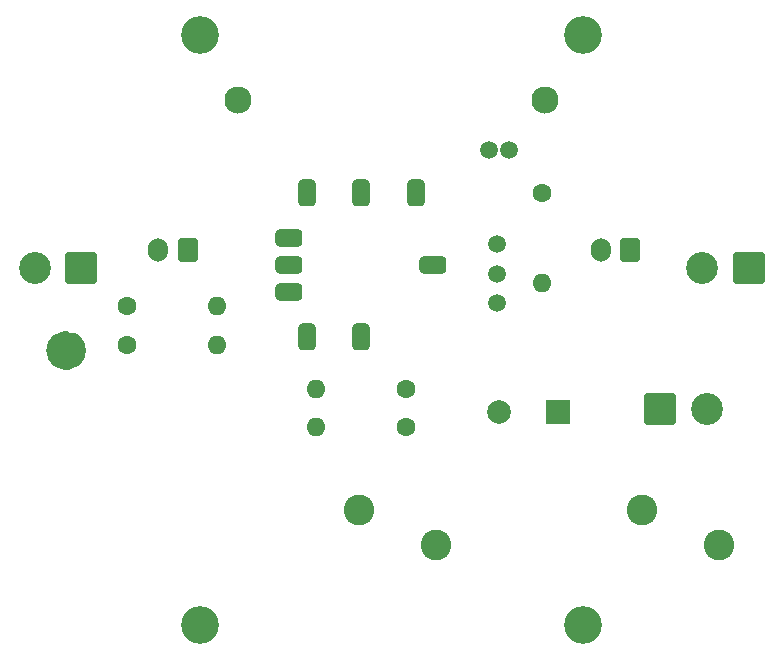
<source format=gbr>
%TF.GenerationSoftware,KiCad,Pcbnew,7.0.6*%
%TF.CreationDate,2024-02-11T15:29:09+09:00*%
%TF.ProjectId,PowerSupply_20240202,506f7765-7253-4757-9070-6c795f323032,rev?*%
%TF.SameCoordinates,Original*%
%TF.FileFunction,Soldermask,Top*%
%TF.FilePolarity,Negative*%
%FSLAX46Y46*%
G04 Gerber Fmt 4.6, Leading zero omitted, Abs format (unit mm)*
G04 Created by KiCad (PCBNEW 7.0.6) date 2024-02-11 15:29:09*
%MOMM*%
%LPD*%
G01*
G04 APERTURE LIST*
G04 Aperture macros list*
%AMRoundRect*
0 Rectangle with rounded corners*
0 $1 Rounding radius*
0 $2 $3 $4 $5 $6 $7 $8 $9 X,Y pos of 4 corners*
0 Add a 4 corners polygon primitive as box body*
4,1,4,$2,$3,$4,$5,$6,$7,$8,$9,$2,$3,0*
0 Add four circle primitives for the rounded corners*
1,1,$1+$1,$2,$3*
1,1,$1+$1,$4,$5*
1,1,$1+$1,$6,$7*
1,1,$1+$1,$8,$9*
0 Add four rect primitives between the rounded corners*
20,1,$1+$1,$2,$3,$4,$5,0*
20,1,$1+$1,$4,$5,$6,$7,0*
20,1,$1+$1,$6,$7,$8,$9,0*
20,1,$1+$1,$8,$9,$2,$3,0*%
G04 Aperture macros list end*
%ADD10C,1.675000*%
%ADD11C,1.600000*%
%ADD12O,1.600000X1.600000*%
%ADD13RoundRect,0.250001X-1.099999X-1.099999X1.099999X-1.099999X1.099999X1.099999X-1.099999X1.099999X0*%
%ADD14C,2.700000*%
%ADD15C,3.200000*%
%ADD16RoundRect,0.250001X1.099999X1.099999X-1.099999X1.099999X-1.099999X-1.099999X1.099999X-1.099999X0*%
%ADD17RoundRect,0.381000X-0.381000X0.762000X-0.381000X-0.762000X0.381000X-0.762000X0.381000X0.762000X0*%
%ADD18RoundRect,0.381000X0.762000X0.381000X-0.762000X0.381000X-0.762000X-0.381000X0.762000X-0.381000X0*%
%ADD19C,1.500000*%
%ADD20RoundRect,0.250000X0.600000X0.750000X-0.600000X0.750000X-0.600000X-0.750000X0.600000X-0.750000X0*%
%ADD21O,1.700000X2.000000*%
%ADD22R,2.000000X2.000000*%
%ADD23C,2.000000*%
%ADD24C,2.600000*%
%ADD25C,2.300000*%
G04 APERTURE END LIST*
D10*
X148587500Y-87724598D02*
G75*
G03*
X148587500Y-87724598I-837500J0D01*
G01*
D11*
%TO.C,R1*%
X176560000Y-90950298D03*
D12*
X168940000Y-90950298D03*
%TD*%
D11*
%TO.C,R3*%
X152940000Y-84000298D03*
D12*
X160560000Y-84000298D03*
%TD*%
D13*
%TO.C,VIN*%
X198022500Y-92674598D03*
D14*
X201982500Y-92674598D03*
%TD*%
D15*
%TO.C,REF\u002A\u002A*%
X159079500Y-111000000D03*
%TD*%
%TO.C,REF\u002A\u002A*%
X191479500Y-111000000D03*
%TD*%
D16*
%TO.C,MD*%
X205537500Y-80724598D03*
D14*
X201577500Y-80724598D03*
%TD*%
D15*
%TO.C,REF\u002A\u002A*%
X191479500Y-61000000D03*
%TD*%
D11*
%TO.C,R2*%
X176560000Y-94200298D03*
D12*
X168940000Y-94200298D03*
%TD*%
D11*
%TO.C,R5*%
X188000000Y-74390298D03*
D12*
X188000000Y-82010298D03*
%TD*%
D17*
%TO.C,U1*%
X172750000Y-86600298D03*
X168170000Y-86600298D03*
D18*
X166650000Y-82790298D03*
X166650000Y-80500298D03*
X166650000Y-78210298D03*
D17*
X168170000Y-74400298D03*
X172750000Y-74400298D03*
X177330000Y-74400298D03*
D18*
X178850000Y-80500298D03*
%TD*%
D19*
%TO.C,SW2*%
X184250000Y-83724598D03*
X184250000Y-81224598D03*
X184250000Y-78724598D03*
%TD*%
D15*
%TO.C,REF\u002A\u002A*%
X159079500Y-61000000D03*
%TD*%
D20*
%TO.C,Voltage*%
X158030000Y-79249598D03*
D21*
X155530000Y-79249598D03*
%TD*%
D11*
%TO.C,R4*%
X152940000Y-87250298D03*
D12*
X160560000Y-87250298D03*
%TD*%
D22*
%TO.C,C-Vin*%
X189368606Y-92974598D03*
D23*
X184368606Y-92974598D03*
%TD*%
D16*
%TO.C,MD*%
X149037500Y-80774598D03*
D14*
X145077500Y-80774598D03*
%TD*%
D24*
%TO.C,F1*%
X203030000Y-104224598D03*
X196530000Y-101224598D03*
X179030000Y-104224598D03*
X172530000Y-101224598D03*
%TD*%
D20*
%TO.C,MAIN*%
X195500000Y-79249598D03*
D21*
X193000000Y-79249598D03*
%TD*%
D25*
%TO.C,MES1*%
X162279500Y-66533813D03*
X188279500Y-66533813D03*
D19*
X185279500Y-70783813D03*
X183529500Y-70783813D03*
%TD*%
M02*

</source>
